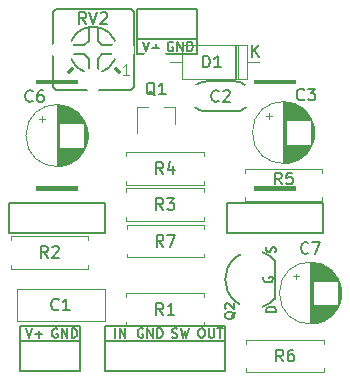
<source format=gto>
%TF.GenerationSoftware,KiCad,Pcbnew,(5.99.0-3499-gca2252686-dirty)*%
%TF.CreationDate,2020-09-23T10:30:12+03:00*%
%TF.ProjectId,omega,6f6d6567-612e-46b6-9963-61645f706362,rev?*%
%TF.SameCoordinates,Original*%
%TF.FileFunction,Legend,Top*%
%TF.FilePolarity,Positive*%
%FSLAX46Y46*%
G04 Gerber Fmt 4.6, Leading zero omitted, Abs format (unit mm)*
G04 Created by KiCad (PCBNEW (5.99.0-3499-gca2252686-dirty)) date 2020-09-23 10:30:12*
%MOMM*%
%LPD*%
G01*
G04 APERTURE LIST*
%ADD10C,0.150000*%
%ADD11C,0.081280*%
%ADD12C,0.120000*%
%ADD13C,0.152400*%
%ADD14C,0.127000*%
%ADD15C,0.304800*%
%ADD16O,1.600000X1.600000*%
%ADD17C,1.600000*%
%ADD18C,1.800000*%
%ADD19R,1.800000X1.800000*%
%ADD20R,1.600000X1.600000*%
%ADD21O,1.930400X1.930400*%
%ADD22R,1.930400X1.930400*%
%ADD23O,2.250000X2.250000*%
%ADD24R,0.800000X0.900000*%
%ADD25R,2.200000X2.200000*%
%ADD26O,2.200000X2.200000*%
%ADD27O,2.000000X2.000000*%
G04 APERTURE END LIST*
D10*
%TO.C,R7*%
X106269450Y-72776438D02*
X105936117Y-72300248D01*
X105698021Y-72776438D02*
X105698021Y-71776438D01*
X106078974Y-71776438D01*
X106174212Y-71824058D01*
X106221831Y-71871677D01*
X106269450Y-71966915D01*
X106269450Y-72109772D01*
X106221831Y-72205010D01*
X106174212Y-72252629D01*
X106078974Y-72300248D01*
X105698021Y-72300248D01*
X106602783Y-71776438D02*
X107269450Y-71776438D01*
X106840878Y-72776438D01*
%TO.C,C3*%
X118197333Y-60301142D02*
X118149714Y-60348761D01*
X118006857Y-60396380D01*
X117911619Y-60396380D01*
X117768761Y-60348761D01*
X117673523Y-60253523D01*
X117625904Y-60158285D01*
X117578285Y-59967809D01*
X117578285Y-59824952D01*
X117625904Y-59634476D01*
X117673523Y-59539238D01*
X117768761Y-59444000D01*
X117911619Y-59396380D01*
X118006857Y-59396380D01*
X118149714Y-59444000D01*
X118197333Y-59491619D01*
X118530666Y-59396380D02*
X119149714Y-59396380D01*
X118816380Y-59777333D01*
X118959238Y-59777333D01*
X119054476Y-59824952D01*
X119102095Y-59872571D01*
X119149714Y-59967809D01*
X119149714Y-60205904D01*
X119102095Y-60301142D01*
X119054476Y-60348761D01*
X118959238Y-60396380D01*
X118673523Y-60396380D01*
X118578285Y-60348761D01*
X118530666Y-60301142D01*
%TO.C,Q2*%
X112344095Y-78316690D02*
X112306000Y-78392880D01*
X112229809Y-78469071D01*
X112115523Y-78583357D01*
X112077428Y-78659547D01*
X112077428Y-78735738D01*
X112267904Y-78697642D02*
X112229809Y-78773833D01*
X112153619Y-78850023D01*
X112001238Y-78888119D01*
X111734571Y-78888119D01*
X111582190Y-78850023D01*
X111506000Y-78773833D01*
X111467904Y-78697642D01*
X111467904Y-78545261D01*
X111506000Y-78469071D01*
X111582190Y-78392880D01*
X111734571Y-78354785D01*
X112001238Y-78354785D01*
X112153619Y-78392880D01*
X112229809Y-78469071D01*
X112267904Y-78545261D01*
X112267904Y-78697642D01*
X111544095Y-78050023D02*
X111506000Y-78011928D01*
X111467904Y-77935738D01*
X111467904Y-77745261D01*
X111506000Y-77669071D01*
X111544095Y-77630976D01*
X111620285Y-77592880D01*
X111696476Y-77592880D01*
X111810761Y-77630976D01*
X112267904Y-78088119D01*
X112267904Y-77592880D01*
X115804904Y-78314523D02*
X115004904Y-78314523D01*
X115004904Y-78124047D01*
X115043000Y-78009761D01*
X115119190Y-77933571D01*
X115195380Y-77895476D01*
X115347761Y-77857380D01*
X115462047Y-77857380D01*
X115614428Y-77895476D01*
X115690619Y-77933571D01*
X115766809Y-78009761D01*
X115804904Y-78124047D01*
X115804904Y-78314523D01*
X115766809Y-73253571D02*
X115804904Y-73139285D01*
X115804904Y-72948809D01*
X115766809Y-72872619D01*
X115728714Y-72834523D01*
X115652523Y-72796428D01*
X115576333Y-72796428D01*
X115500142Y-72834523D01*
X115462047Y-72872619D01*
X115423952Y-72948809D01*
X115385857Y-73101190D01*
X115347761Y-73177380D01*
X115309666Y-73215476D01*
X115233476Y-73253571D01*
X115157285Y-73253571D01*
X115081095Y-73215476D01*
X115043000Y-73177380D01*
X115004904Y-73101190D01*
X115004904Y-72910714D01*
X115043000Y-72796428D01*
X114789000Y-75355476D02*
X114750904Y-75431666D01*
X114750904Y-75545952D01*
X114789000Y-75660238D01*
X114865190Y-75736428D01*
X114941380Y-75774523D01*
X115093761Y-75812619D01*
X115208047Y-75812619D01*
X115360428Y-75774523D01*
X115436619Y-75736428D01*
X115512809Y-75660238D01*
X115550904Y-75545952D01*
X115550904Y-75469761D01*
X115512809Y-75355476D01*
X115474714Y-75317380D01*
X115208047Y-75317380D01*
X115208047Y-75469761D01*
%TO.C,R5*%
X116292333Y-67508380D02*
X115959000Y-67032190D01*
X115720904Y-67508380D02*
X115720904Y-66508380D01*
X116101857Y-66508380D01*
X116197095Y-66556000D01*
X116244714Y-66603619D01*
X116292333Y-66698857D01*
X116292333Y-66841714D01*
X116244714Y-66936952D01*
X116197095Y-66984571D01*
X116101857Y-67032190D01*
X115720904Y-67032190D01*
X117197095Y-66508380D02*
X116720904Y-66508380D01*
X116673285Y-66984571D01*
X116720904Y-66936952D01*
X116816142Y-66889333D01*
X117054238Y-66889333D01*
X117149476Y-66936952D01*
X117197095Y-66984571D01*
X117244714Y-67079809D01*
X117244714Y-67317904D01*
X117197095Y-67413142D01*
X117149476Y-67460761D01*
X117054238Y-67508380D01*
X116816142Y-67508380D01*
X116720904Y-67460761D01*
X116673285Y-67413142D01*
%TO.C,R2*%
X96480333Y-73731380D02*
X96147000Y-73255190D01*
X95908904Y-73731380D02*
X95908904Y-72731380D01*
X96289857Y-72731380D01*
X96385095Y-72779000D01*
X96432714Y-72826619D01*
X96480333Y-72921857D01*
X96480333Y-73064714D01*
X96432714Y-73159952D01*
X96385095Y-73207571D01*
X96289857Y-73255190D01*
X95908904Y-73255190D01*
X96861285Y-72826619D02*
X96908904Y-72779000D01*
X97004142Y-72731380D01*
X97242238Y-72731380D01*
X97337476Y-72779000D01*
X97385095Y-72826619D01*
X97432714Y-72921857D01*
X97432714Y-73017095D01*
X97385095Y-73159952D01*
X96813666Y-73731380D01*
X97432714Y-73731380D01*
%TO.C,Q1*%
X105568761Y-59983619D02*
X105473523Y-59936000D01*
X105378285Y-59840761D01*
X105235428Y-59697904D01*
X105140190Y-59650285D01*
X105044952Y-59650285D01*
X105092571Y-59888380D02*
X104997333Y-59840761D01*
X104902095Y-59745523D01*
X104854476Y-59555047D01*
X104854476Y-59221714D01*
X104902095Y-59031238D01*
X104997333Y-58936000D01*
X105092571Y-58888380D01*
X105283047Y-58888380D01*
X105378285Y-58936000D01*
X105473523Y-59031238D01*
X105521142Y-59221714D01*
X105521142Y-59555047D01*
X105473523Y-59745523D01*
X105378285Y-59840761D01*
X105283047Y-59888380D01*
X105092571Y-59888380D01*
X106473523Y-59888380D02*
X105902095Y-59888380D01*
X106187809Y-59888380D02*
X106187809Y-58888380D01*
X106092571Y-59031238D01*
X105997333Y-59126476D01*
X105902095Y-59174095D01*
%TO.C,R3*%
X106259333Y-69667380D02*
X105926000Y-69191190D01*
X105687904Y-69667380D02*
X105687904Y-68667380D01*
X106068857Y-68667380D01*
X106164095Y-68715000D01*
X106211714Y-68762619D01*
X106259333Y-68857857D01*
X106259333Y-69000714D01*
X106211714Y-69095952D01*
X106164095Y-69143571D01*
X106068857Y-69191190D01*
X105687904Y-69191190D01*
X106592666Y-68667380D02*
X107211714Y-68667380D01*
X106878380Y-69048333D01*
X107021238Y-69048333D01*
X107116476Y-69095952D01*
X107164095Y-69143571D01*
X107211714Y-69238809D01*
X107211714Y-69476904D01*
X107164095Y-69572142D01*
X107116476Y-69619761D01*
X107021238Y-69667380D01*
X106735523Y-69667380D01*
X106640285Y-69619761D01*
X106592666Y-69572142D01*
%TO.C,D1*%
X109624904Y-57602380D02*
X109624904Y-56602380D01*
X109863000Y-56602380D01*
X110005857Y-56650000D01*
X110101095Y-56745238D01*
X110148714Y-56840476D01*
X110196333Y-57030952D01*
X110196333Y-57173809D01*
X110148714Y-57364285D01*
X110101095Y-57459523D01*
X110005857Y-57554761D01*
X109863000Y-57602380D01*
X109624904Y-57602380D01*
X111148714Y-57602380D02*
X110577285Y-57602380D01*
X110863000Y-57602380D02*
X110863000Y-56602380D01*
X110767761Y-56745238D01*
X110672523Y-56840476D01*
X110577285Y-56888095D01*
X113784095Y-56713380D02*
X113784095Y-55713380D01*
X114355523Y-56713380D02*
X113926952Y-56141952D01*
X114355523Y-55713380D02*
X113784095Y-56284809D01*
%TO.C,C6*%
X95210333Y-60428142D02*
X95162714Y-60475761D01*
X95019857Y-60523380D01*
X94924619Y-60523380D01*
X94781761Y-60475761D01*
X94686523Y-60380523D01*
X94638904Y-60285285D01*
X94591285Y-60094809D01*
X94591285Y-59951952D01*
X94638904Y-59761476D01*
X94686523Y-59666238D01*
X94781761Y-59571000D01*
X94924619Y-59523380D01*
X95019857Y-59523380D01*
X95162714Y-59571000D01*
X95210333Y-59618619D01*
X96067476Y-59523380D02*
X95877000Y-59523380D01*
X95781761Y-59571000D01*
X95734142Y-59618619D01*
X95638904Y-59761476D01*
X95591285Y-59951952D01*
X95591285Y-60332904D01*
X95638904Y-60428142D01*
X95686523Y-60475761D01*
X95781761Y-60523380D01*
X95972238Y-60523380D01*
X96067476Y-60475761D01*
X96115095Y-60428142D01*
X96162714Y-60332904D01*
X96162714Y-60094809D01*
X96115095Y-59999571D01*
X96067476Y-59951952D01*
X95972238Y-59904333D01*
X95781761Y-59904333D01*
X95686523Y-59951952D01*
X95638904Y-59999571D01*
X95591285Y-60094809D01*
%TO.C,R4*%
X106259333Y-66619380D02*
X105926000Y-66143190D01*
X105687904Y-66619380D02*
X105687904Y-65619380D01*
X106068857Y-65619380D01*
X106164095Y-65667000D01*
X106211714Y-65714619D01*
X106259333Y-65809857D01*
X106259333Y-65952714D01*
X106211714Y-66047952D01*
X106164095Y-66095571D01*
X106068857Y-66143190D01*
X105687904Y-66143190D01*
X107116476Y-65952714D02*
X107116476Y-66619380D01*
X106878380Y-65571761D02*
X106640285Y-66286047D01*
X107259333Y-66286047D01*
%TO.C,J3*%
X97307476Y-79737000D02*
X97231285Y-79698904D01*
X97117000Y-79698904D01*
X97002714Y-79737000D01*
X96926523Y-79813190D01*
X96888428Y-79889380D01*
X96850333Y-80041761D01*
X96850333Y-80156047D01*
X96888428Y-80308428D01*
X96926523Y-80384619D01*
X97002714Y-80460809D01*
X97117000Y-80498904D01*
X97193190Y-80498904D01*
X97307476Y-80460809D01*
X97345571Y-80422714D01*
X97345571Y-80156047D01*
X97193190Y-80156047D01*
X97688428Y-80498904D02*
X97688428Y-79698904D01*
X98145571Y-80498904D01*
X98145571Y-79698904D01*
X98526523Y-80498904D02*
X98526523Y-79698904D01*
X98717000Y-79698904D01*
X98831285Y-79737000D01*
X98907476Y-79813190D01*
X98945571Y-79889380D01*
X98983666Y-80041761D01*
X98983666Y-80156047D01*
X98945571Y-80308428D01*
X98907476Y-80384619D01*
X98831285Y-80460809D01*
X98717000Y-80498904D01*
X98526523Y-80498904D01*
X94615095Y-79698904D02*
X94881761Y-80498904D01*
X95148428Y-79698904D01*
X95415095Y-80194142D02*
X96024619Y-80194142D01*
X95719857Y-80498904D02*
X95719857Y-79889380D01*
%TO.C,J1*%
X102196952Y-80498904D02*
X102196952Y-79698904D01*
X102577904Y-80498904D02*
X102577904Y-79698904D01*
X103035047Y-80498904D01*
X103035047Y-79698904D01*
X104546476Y-79737000D02*
X104470285Y-79698904D01*
X104356000Y-79698904D01*
X104241714Y-79737000D01*
X104165523Y-79813190D01*
X104127428Y-79889380D01*
X104089333Y-80041761D01*
X104089333Y-80156047D01*
X104127428Y-80308428D01*
X104165523Y-80384619D01*
X104241714Y-80460809D01*
X104356000Y-80498904D01*
X104432190Y-80498904D01*
X104546476Y-80460809D01*
X104584571Y-80422714D01*
X104584571Y-80156047D01*
X104432190Y-80156047D01*
X104927428Y-80498904D02*
X104927428Y-79698904D01*
X105384571Y-80498904D01*
X105384571Y-79698904D01*
X105765523Y-80498904D02*
X105765523Y-79698904D01*
X105956000Y-79698904D01*
X106070285Y-79737000D01*
X106146476Y-79813190D01*
X106184571Y-79889380D01*
X106222666Y-80041761D01*
X106222666Y-80156047D01*
X106184571Y-80308428D01*
X106146476Y-80384619D01*
X106070285Y-80460809D01*
X105956000Y-80498904D01*
X105765523Y-80498904D01*
X109436000Y-79698904D02*
X109588380Y-79698904D01*
X109664571Y-79737000D01*
X109740761Y-79813190D01*
X109778857Y-79965571D01*
X109778857Y-80232238D01*
X109740761Y-80384619D01*
X109664571Y-80460809D01*
X109588380Y-80498904D01*
X109436000Y-80498904D01*
X109359809Y-80460809D01*
X109283619Y-80384619D01*
X109245523Y-80232238D01*
X109245523Y-79965571D01*
X109283619Y-79813190D01*
X109359809Y-79737000D01*
X109436000Y-79698904D01*
X110121714Y-79698904D02*
X110121714Y-80346523D01*
X110159809Y-80422714D01*
X110197904Y-80460809D01*
X110274095Y-80498904D01*
X110426476Y-80498904D01*
X110502666Y-80460809D01*
X110540761Y-80422714D01*
X110578857Y-80346523D01*
X110578857Y-79698904D01*
X110845523Y-79698904D02*
X111302666Y-79698904D01*
X111074095Y-80498904D02*
X111074095Y-79698904D01*
X107010285Y-80460809D02*
X107124571Y-80498904D01*
X107315047Y-80498904D01*
X107391238Y-80460809D01*
X107429333Y-80422714D01*
X107467428Y-80346523D01*
X107467428Y-80270333D01*
X107429333Y-80194142D01*
X107391238Y-80156047D01*
X107315047Y-80117952D01*
X107162666Y-80079857D01*
X107086476Y-80041761D01*
X107048380Y-80003666D01*
X107010285Y-79927476D01*
X107010285Y-79851285D01*
X107048380Y-79775095D01*
X107086476Y-79737000D01*
X107162666Y-79698904D01*
X107353142Y-79698904D01*
X107467428Y-79737000D01*
X107734095Y-79698904D02*
X107924571Y-80498904D01*
X108076952Y-79927476D01*
X108229333Y-80498904D01*
X108419809Y-79698904D01*
%TO.C,C2*%
X110958333Y-60428142D02*
X110910714Y-60475761D01*
X110767857Y-60523380D01*
X110672619Y-60523380D01*
X110529761Y-60475761D01*
X110434523Y-60380523D01*
X110386904Y-60285285D01*
X110339285Y-60094809D01*
X110339285Y-59951952D01*
X110386904Y-59761476D01*
X110434523Y-59666238D01*
X110529761Y-59571000D01*
X110672619Y-59523380D01*
X110767857Y-59523380D01*
X110910714Y-59571000D01*
X110958333Y-59618619D01*
X111339285Y-59618619D02*
X111386904Y-59571000D01*
X111482142Y-59523380D01*
X111720238Y-59523380D01*
X111815476Y-59571000D01*
X111863095Y-59618619D01*
X111910714Y-59713857D01*
X111910714Y-59809095D01*
X111863095Y-59951952D01*
X111291666Y-60523380D01*
X111910714Y-60523380D01*
%TO.C,C1*%
X97409333Y-78081142D02*
X97361714Y-78128761D01*
X97218857Y-78176380D01*
X97123619Y-78176380D01*
X96980761Y-78128761D01*
X96885523Y-78033523D01*
X96837904Y-77938285D01*
X96790285Y-77747809D01*
X96790285Y-77604952D01*
X96837904Y-77414476D01*
X96885523Y-77319238D01*
X96980761Y-77224000D01*
X97123619Y-77176380D01*
X97218857Y-77176380D01*
X97361714Y-77224000D01*
X97409333Y-77271619D01*
X98361714Y-78176380D02*
X97790285Y-78176380D01*
X98076000Y-78176380D02*
X98076000Y-77176380D01*
X97980761Y-77319238D01*
X97885523Y-77414476D01*
X97790285Y-77462095D01*
%TO.C,J2*%
X104521095Y-55441904D02*
X104787761Y-56241904D01*
X105054428Y-55441904D01*
X105321095Y-55937142D02*
X105930619Y-55937142D01*
X105625857Y-56241904D02*
X105625857Y-55632380D01*
X107086476Y-55480000D02*
X107010285Y-55441904D01*
X106896000Y-55441904D01*
X106781714Y-55480000D01*
X106705523Y-55556190D01*
X106667428Y-55632380D01*
X106629333Y-55784761D01*
X106629333Y-55899047D01*
X106667428Y-56051428D01*
X106705523Y-56127619D01*
X106781714Y-56203809D01*
X106896000Y-56241904D01*
X106972190Y-56241904D01*
X107086476Y-56203809D01*
X107124571Y-56165714D01*
X107124571Y-55899047D01*
X106972190Y-55899047D01*
X107467428Y-56241904D02*
X107467428Y-55441904D01*
X107924571Y-56241904D01*
X107924571Y-55441904D01*
X108305523Y-56241904D02*
X108305523Y-55441904D01*
X108496000Y-55441904D01*
X108610285Y-55480000D01*
X108686476Y-55556190D01*
X108724571Y-55632380D01*
X108762666Y-55784761D01*
X108762666Y-55899047D01*
X108724571Y-56051428D01*
X108686476Y-56127619D01*
X108610285Y-56203809D01*
X108496000Y-56241904D01*
X108305523Y-56241904D01*
%TO.C,C7*%
X118558333Y-73315142D02*
X118510714Y-73362761D01*
X118367857Y-73410380D01*
X118272619Y-73410380D01*
X118129761Y-73362761D01*
X118034523Y-73267523D01*
X117986904Y-73172285D01*
X117939285Y-72981809D01*
X117939285Y-72838952D01*
X117986904Y-72648476D01*
X118034523Y-72553238D01*
X118129761Y-72458000D01*
X118272619Y-72410380D01*
X118367857Y-72410380D01*
X118510714Y-72458000D01*
X118558333Y-72505619D01*
X118891666Y-72410380D02*
X119558333Y-72410380D01*
X119129761Y-73410380D01*
%TO.C,RV2*%
X99734761Y-53919380D02*
X99401428Y-53443190D01*
X99163333Y-53919380D02*
X99163333Y-52919380D01*
X99544285Y-52919380D01*
X99639523Y-52967000D01*
X99687142Y-53014619D01*
X99734761Y-53109857D01*
X99734761Y-53252714D01*
X99687142Y-53347952D01*
X99639523Y-53395571D01*
X99544285Y-53443190D01*
X99163333Y-53443190D01*
X100020476Y-52919380D02*
X100353809Y-53919380D01*
X100687142Y-52919380D01*
X100972857Y-53014619D02*
X101020476Y-52967000D01*
X101115714Y-52919380D01*
X101353809Y-52919380D01*
X101449047Y-52967000D01*
X101496666Y-53014619D01*
X101544285Y-53109857D01*
X101544285Y-53205095D01*
X101496666Y-53347952D01*
X100925238Y-53919380D01*
X101544285Y-53919380D01*
D11*
X103395320Y-58247038D02*
X102843777Y-58247038D01*
X103119548Y-58247038D02*
X103119548Y-57281838D01*
X103027625Y-57419723D01*
X102935701Y-57511647D01*
X102843777Y-57557609D01*
D10*
%TO.C,R1*%
X106259333Y-78557380D02*
X105926000Y-78081190D01*
X105687904Y-78557380D02*
X105687904Y-77557380D01*
X106068857Y-77557380D01*
X106164095Y-77605000D01*
X106211714Y-77652619D01*
X106259333Y-77747857D01*
X106259333Y-77890714D01*
X106211714Y-77985952D01*
X106164095Y-78033571D01*
X106068857Y-78081190D01*
X105687904Y-78081190D01*
X107211714Y-78557380D02*
X106640285Y-78557380D01*
X106926000Y-78557380D02*
X106926000Y-77557380D01*
X106830761Y-77700238D01*
X106735523Y-77795476D01*
X106640285Y-77843095D01*
%TO.C,R6*%
X116419333Y-82494380D02*
X116086000Y-82018190D01*
X115847904Y-82494380D02*
X115847904Y-81494380D01*
X116228857Y-81494380D01*
X116324095Y-81542000D01*
X116371714Y-81589619D01*
X116419333Y-81684857D01*
X116419333Y-81827714D01*
X116371714Y-81922952D01*
X116324095Y-81970571D01*
X116228857Y-82018190D01*
X115847904Y-82018190D01*
X117276476Y-81494380D02*
X117086000Y-81494380D01*
X116990761Y-81542000D01*
X116943142Y-81589619D01*
X116847904Y-81732476D01*
X116800285Y-81922952D01*
X116800285Y-82303904D01*
X116847904Y-82399142D01*
X116895523Y-82446761D01*
X116990761Y-82494380D01*
X117181238Y-82494380D01*
X117276476Y-82446761D01*
X117324095Y-82399142D01*
X117371714Y-82303904D01*
X117371714Y-82065809D01*
X117324095Y-81970571D01*
X117276476Y-81922952D01*
X117181238Y-81875333D01*
X116990761Y-81875333D01*
X116895523Y-81922952D01*
X116847904Y-81970571D01*
X116800285Y-82065809D01*
D12*
%TO.C,R7*%
X103166117Y-71284058D02*
X103166117Y-70954058D01*
X103166117Y-70954058D02*
X109706117Y-70954058D01*
X109706117Y-70954058D02*
X109706117Y-71284058D01*
X103166117Y-73364058D02*
X103166117Y-73694058D01*
X103166117Y-73694058D02*
X109706117Y-73694058D01*
X109706117Y-73694058D02*
X109706117Y-73364058D01*
%TO.C,C3*%
X115189000Y-61472000D02*
X115189000Y-61972000D01*
X114939000Y-61722000D02*
X115439000Y-61722000D01*
X119040000Y-62835000D02*
X119040000Y-63403000D01*
X119000000Y-62601000D02*
X119000000Y-63637000D01*
X118960000Y-62442000D02*
X118960000Y-63796000D01*
X118920000Y-62314000D02*
X118920000Y-63924000D01*
X118880000Y-62204000D02*
X118880000Y-64034000D01*
X118840000Y-62108000D02*
X118840000Y-64130000D01*
X118800000Y-62021000D02*
X118800000Y-64217000D01*
X118760000Y-61941000D02*
X118760000Y-64297000D01*
X118720000Y-64159000D02*
X118720000Y-64370000D01*
X118720000Y-61868000D02*
X118720000Y-62079000D01*
X118680000Y-64159000D02*
X118680000Y-64438000D01*
X118680000Y-61800000D02*
X118680000Y-62079000D01*
X118640000Y-64159000D02*
X118640000Y-64502000D01*
X118640000Y-61736000D02*
X118640000Y-62079000D01*
X118600000Y-64159000D02*
X118600000Y-64562000D01*
X118600000Y-61676000D02*
X118600000Y-62079000D01*
X118560000Y-64159000D02*
X118560000Y-64619000D01*
X118560000Y-61619000D02*
X118560000Y-62079000D01*
X118520000Y-64159000D02*
X118520000Y-64673000D01*
X118520000Y-61565000D02*
X118520000Y-62079000D01*
X118480000Y-64159000D02*
X118480000Y-64724000D01*
X118480000Y-61514000D02*
X118480000Y-62079000D01*
X118440000Y-64159000D02*
X118440000Y-64772000D01*
X118440000Y-61466000D02*
X118440000Y-62079000D01*
X118400000Y-64159000D02*
X118400000Y-64818000D01*
X118400000Y-61420000D02*
X118400000Y-62079000D01*
X118360000Y-64159000D02*
X118360000Y-64862000D01*
X118360000Y-61376000D02*
X118360000Y-62079000D01*
X118320000Y-64159000D02*
X118320000Y-64904000D01*
X118320000Y-61334000D02*
X118320000Y-62079000D01*
X118280000Y-64159000D02*
X118280000Y-64945000D01*
X118280000Y-61293000D02*
X118280000Y-62079000D01*
X118240000Y-64159000D02*
X118240000Y-64983000D01*
X118240000Y-61255000D02*
X118240000Y-62079000D01*
X118200000Y-64159000D02*
X118200000Y-65020000D01*
X118200000Y-61218000D02*
X118200000Y-62079000D01*
X118160000Y-64159000D02*
X118160000Y-65056000D01*
X118160000Y-61182000D02*
X118160000Y-62079000D01*
X118120000Y-64159000D02*
X118120000Y-65090000D01*
X118120000Y-61148000D02*
X118120000Y-62079000D01*
X118080000Y-64159000D02*
X118080000Y-65123000D01*
X118080000Y-61115000D02*
X118080000Y-62079000D01*
X118040000Y-64159000D02*
X118040000Y-65154000D01*
X118040000Y-61084000D02*
X118040000Y-62079000D01*
X118000000Y-64159000D02*
X118000000Y-65184000D01*
X118000000Y-61054000D02*
X118000000Y-62079000D01*
X117960000Y-64159000D02*
X117960000Y-65214000D01*
X117960000Y-61024000D02*
X117960000Y-62079000D01*
X117920000Y-64159000D02*
X117920000Y-65241000D01*
X117920000Y-60997000D02*
X117920000Y-62079000D01*
X117880000Y-64159000D02*
X117880000Y-65268000D01*
X117880000Y-60970000D02*
X117880000Y-62079000D01*
X117840000Y-64159000D02*
X117840000Y-65294000D01*
X117840000Y-60944000D02*
X117840000Y-62079000D01*
X117800000Y-64159000D02*
X117800000Y-65319000D01*
X117800000Y-60919000D02*
X117800000Y-62079000D01*
X117760000Y-64159000D02*
X117760000Y-65343000D01*
X117760000Y-60895000D02*
X117760000Y-62079000D01*
X117720000Y-64159000D02*
X117720000Y-65366000D01*
X117720000Y-60872000D02*
X117720000Y-62079000D01*
X117680000Y-64159000D02*
X117680000Y-65387000D01*
X117680000Y-60851000D02*
X117680000Y-62079000D01*
X117640000Y-64159000D02*
X117640000Y-65409000D01*
X117640000Y-60829000D02*
X117640000Y-62079000D01*
X117600000Y-64159000D02*
X117600000Y-65429000D01*
X117600000Y-60809000D02*
X117600000Y-62079000D01*
X117560000Y-64159000D02*
X117560000Y-65448000D01*
X117560000Y-60790000D02*
X117560000Y-62079000D01*
X117520000Y-64159000D02*
X117520000Y-65467000D01*
X117520000Y-60771000D02*
X117520000Y-62079000D01*
X117480000Y-64159000D02*
X117480000Y-65484000D01*
X117480000Y-60754000D02*
X117480000Y-62079000D01*
X117440000Y-64159000D02*
X117440000Y-65501000D01*
X117440000Y-60737000D02*
X117440000Y-62079000D01*
X117400000Y-64159000D02*
X117400000Y-65517000D01*
X117400000Y-60721000D02*
X117400000Y-62079000D01*
X117360000Y-64159000D02*
X117360000Y-65533000D01*
X117360000Y-60705000D02*
X117360000Y-62079000D01*
X117320000Y-64159000D02*
X117320000Y-65547000D01*
X117320000Y-60691000D02*
X117320000Y-62079000D01*
X117280000Y-64159000D02*
X117280000Y-65561000D01*
X117280000Y-60677000D02*
X117280000Y-62079000D01*
X117240000Y-64159000D02*
X117240000Y-65574000D01*
X117240000Y-60664000D02*
X117240000Y-62079000D01*
X117200000Y-64159000D02*
X117200000Y-65587000D01*
X117200000Y-60651000D02*
X117200000Y-62079000D01*
X117160000Y-64159000D02*
X117160000Y-65599000D01*
X117160000Y-60639000D02*
X117160000Y-62079000D01*
X117119000Y-64159000D02*
X117119000Y-65610000D01*
X117119000Y-60628000D02*
X117119000Y-62079000D01*
X117079000Y-64159000D02*
X117079000Y-65620000D01*
X117079000Y-60618000D02*
X117079000Y-62079000D01*
X117039000Y-64159000D02*
X117039000Y-65630000D01*
X117039000Y-60608000D02*
X117039000Y-62079000D01*
X116999000Y-64159000D02*
X116999000Y-65639000D01*
X116999000Y-60599000D02*
X116999000Y-62079000D01*
X116959000Y-64159000D02*
X116959000Y-65647000D01*
X116959000Y-60591000D02*
X116959000Y-62079000D01*
X116919000Y-64159000D02*
X116919000Y-65655000D01*
X116919000Y-60583000D02*
X116919000Y-62079000D01*
X116879000Y-64159000D02*
X116879000Y-65662000D01*
X116879000Y-60576000D02*
X116879000Y-62079000D01*
X116839000Y-64159000D02*
X116839000Y-65669000D01*
X116839000Y-60569000D02*
X116839000Y-62079000D01*
X116799000Y-64159000D02*
X116799000Y-65675000D01*
X116799000Y-60563000D02*
X116799000Y-62079000D01*
X116759000Y-64159000D02*
X116759000Y-65680000D01*
X116759000Y-60558000D02*
X116759000Y-62079000D01*
X116719000Y-64159000D02*
X116719000Y-65684000D01*
X116719000Y-60554000D02*
X116719000Y-62079000D01*
X116679000Y-64159000D02*
X116679000Y-65688000D01*
X116679000Y-60550000D02*
X116679000Y-62079000D01*
X116639000Y-60546000D02*
X116639000Y-65692000D01*
X116599000Y-60543000D02*
X116599000Y-65695000D01*
X116559000Y-60541000D02*
X116559000Y-65697000D01*
X116519000Y-60540000D02*
X116519000Y-65698000D01*
X116479000Y-60539000D02*
X116479000Y-65699000D01*
X116439000Y-60539000D02*
X116439000Y-65699000D01*
X119059000Y-63119000D02*
G75*
G03*
X119059000Y-63119000I-2620000J0D01*
G01*
D13*
%TO.C,Q2*%
X111709217Y-74596100D02*
G75*
G03*
X111709217Y-76534500I2209800J-969200D01*
G01*
X111709218Y-76534199D02*
G75*
G03*
X115697017Y-77196300I2209782J969199D01*
G01*
X115697018Y-73934299D02*
G75*
G03*
X111709217Y-74596400I-1778018J-1631301D01*
G01*
X115697017Y-77196300D02*
X115697017Y-73934300D01*
%TO.C,RV3*%
G36*
X117475000Y-68072000D02*
G01*
X113919000Y-68072000D01*
X113919000Y-67691000D01*
X117475000Y-67691000D01*
X117475000Y-68072000D01*
G37*
G36*
X117475000Y-59055000D02*
G01*
X113919000Y-59055000D01*
X113919000Y-58674000D01*
X117475000Y-58674000D01*
X117475000Y-59055000D01*
G37*
D14*
X119761000Y-71628000D02*
X119761000Y-69088000D01*
X111633000Y-71628000D02*
X119761000Y-71628000D01*
X111633000Y-69088000D02*
X111633000Y-71628000D01*
X119761000Y-69088000D02*
X111633000Y-69088000D01*
%TO.C,RV1*%
G36*
X99060000Y-68072000D02*
G01*
X95504000Y-68072000D01*
X95504000Y-67691000D01*
X99060000Y-67691000D01*
X99060000Y-68072000D01*
G37*
G36*
X99060000Y-59055000D02*
G01*
X95504000Y-59055000D01*
X95504000Y-58674000D01*
X99060000Y-58674000D01*
X99060000Y-59055000D01*
G37*
X101346000Y-71628000D02*
X101346000Y-69088000D01*
X93218000Y-71628000D02*
X101346000Y-71628000D01*
X93218000Y-69088000D02*
X93218000Y-71628000D01*
X101346000Y-69088000D02*
X93218000Y-69088000D01*
D12*
%TO.C,R5*%
X119729000Y-68934000D02*
X119729000Y-68604000D01*
X119729000Y-66194000D02*
X119729000Y-66524000D01*
X113189000Y-66194000D02*
X119729000Y-66194000D01*
X113189000Y-68604000D02*
X113189000Y-68934000D01*
X113189000Y-68934000D02*
X119729000Y-68934000D01*
X113189000Y-66524000D02*
X113189000Y-66194000D01*
%TO.C,R2*%
X99917000Y-71909000D02*
X93377000Y-71909000D01*
X99917000Y-74319000D02*
X99917000Y-74649000D01*
X93377000Y-71909000D02*
X93377000Y-72239000D01*
X99917000Y-72239000D02*
X99917000Y-71909000D01*
X99917000Y-74649000D02*
X93377000Y-74649000D01*
X93377000Y-74649000D02*
X93377000Y-74319000D01*
%TO.C,Q1*%
X107244000Y-60962000D02*
X107244000Y-62422000D01*
X104084000Y-60962000D02*
X104084000Y-63122000D01*
X107244000Y-60962000D02*
X106314000Y-60962000D01*
X104084000Y-60962000D02*
X105014000Y-60962000D01*
%TO.C,R3*%
X109696000Y-70585000D02*
X109696000Y-70255000D01*
X109696000Y-67845000D02*
X109696000Y-68175000D01*
X103156000Y-67845000D02*
X109696000Y-67845000D01*
X103156000Y-70255000D02*
X103156000Y-70585000D01*
X103156000Y-68175000D02*
X103156000Y-67845000D01*
X103156000Y-70585000D02*
X109696000Y-70585000D01*
%TO.C,D1*%
X112557000Y-58620000D02*
X112557000Y-55680000D01*
X114357000Y-57150000D02*
X113337000Y-57150000D01*
X113337000Y-58620000D02*
X113337000Y-55680000D01*
X107897000Y-58620000D02*
X113337000Y-58620000D01*
X107897000Y-55680000D02*
X107897000Y-58620000D01*
X112437000Y-58620000D02*
X112437000Y-55680000D01*
X112317000Y-58620000D02*
X112317000Y-55680000D01*
X113337000Y-55680000D02*
X107897000Y-55680000D01*
X106877000Y-57150000D02*
X107897000Y-57150000D01*
%TO.C,C6*%
X97782000Y-60845000D02*
X97782000Y-62333000D01*
X97622000Y-60817000D02*
X97622000Y-62333000D01*
X98303000Y-61008000D02*
X98303000Y-62333000D01*
X99143000Y-61588000D02*
X99143000Y-62333000D01*
X97502000Y-64413000D02*
X97502000Y-65942000D01*
X98623000Y-64413000D02*
X98623000Y-65573000D01*
X95762000Y-61976000D02*
X96262000Y-61976000D01*
X97662000Y-60823000D02*
X97662000Y-62333000D01*
X99343000Y-64413000D02*
X99343000Y-64927000D01*
X98023000Y-64413000D02*
X98023000Y-65841000D01*
X98583000Y-64413000D02*
X98583000Y-65597000D01*
X97582000Y-60812000D02*
X97582000Y-62333000D01*
X97502000Y-60804000D02*
X97502000Y-62333000D01*
X97983000Y-60893000D02*
X97983000Y-62333000D01*
X98863000Y-61338000D02*
X98863000Y-62333000D01*
X98703000Y-61224000D02*
X98703000Y-62333000D01*
X98663000Y-64413000D02*
X98663000Y-65548000D01*
X98583000Y-61149000D02*
X98583000Y-62333000D01*
X97382000Y-60795000D02*
X97382000Y-65951000D01*
X98703000Y-64413000D02*
X98703000Y-65522000D01*
X97262000Y-60793000D02*
X97262000Y-65953000D01*
X99103000Y-64413000D02*
X99103000Y-65199000D01*
X98183000Y-64413000D02*
X98183000Y-65787000D01*
X99703000Y-62458000D02*
X99703000Y-64288000D01*
X98063000Y-60918000D02*
X98063000Y-62333000D01*
X98143000Y-64413000D02*
X98143000Y-65801000D01*
X99383000Y-64413000D02*
X99383000Y-64873000D01*
X98743000Y-61251000D02*
X98743000Y-62333000D01*
X98343000Y-61025000D02*
X98343000Y-62333000D01*
X98063000Y-64413000D02*
X98063000Y-65828000D01*
X99223000Y-64413000D02*
X99223000Y-65072000D01*
X97462000Y-60800000D02*
X97462000Y-65946000D01*
X99863000Y-63089000D02*
X99863000Y-63657000D01*
X97862000Y-60862000D02*
X97862000Y-62333000D01*
X98623000Y-61173000D02*
X98623000Y-62333000D01*
X99503000Y-62054000D02*
X99503000Y-62333000D01*
X99543000Y-62122000D02*
X99543000Y-62333000D01*
X96012000Y-61726000D02*
X96012000Y-62226000D01*
X98183000Y-60959000D02*
X98183000Y-62333000D01*
X99343000Y-61819000D02*
X99343000Y-62333000D01*
X97902000Y-64413000D02*
X97902000Y-65874000D01*
X98983000Y-61436000D02*
X98983000Y-62333000D01*
X98383000Y-64413000D02*
X98383000Y-65702000D01*
X97942000Y-60882000D02*
X97942000Y-62333000D01*
X97342000Y-60794000D02*
X97342000Y-65952000D01*
X97742000Y-60837000D02*
X97742000Y-62333000D01*
X98983000Y-64413000D02*
X98983000Y-65310000D01*
X97782000Y-64413000D02*
X97782000Y-65901000D01*
X98303000Y-64413000D02*
X98303000Y-65738000D01*
X98423000Y-64413000D02*
X98423000Y-65683000D01*
X99383000Y-61873000D02*
X99383000Y-62333000D01*
X99423000Y-64413000D02*
X99423000Y-64816000D01*
X98943000Y-61402000D02*
X98943000Y-62333000D01*
X97662000Y-64413000D02*
X97662000Y-65923000D01*
X98543000Y-64413000D02*
X98543000Y-65620000D01*
X99263000Y-61720000D02*
X99263000Y-62333000D01*
X99583000Y-62195000D02*
X99583000Y-64551000D01*
X99743000Y-62568000D02*
X99743000Y-64178000D01*
X98823000Y-64413000D02*
X98823000Y-65438000D01*
X99263000Y-64413000D02*
X99263000Y-65026000D01*
X98023000Y-60905000D02*
X98023000Y-62333000D01*
X97942000Y-64413000D02*
X97942000Y-65864000D01*
X98863000Y-64413000D02*
X98863000Y-65408000D01*
X98823000Y-61308000D02*
X98823000Y-62333000D01*
X97302000Y-60793000D02*
X97302000Y-65953000D01*
X97822000Y-60853000D02*
X97822000Y-62333000D01*
X97582000Y-64413000D02*
X97582000Y-65934000D01*
X99463000Y-64413000D02*
X99463000Y-64756000D01*
X98903000Y-64413000D02*
X98903000Y-65377000D01*
X98503000Y-64413000D02*
X98503000Y-65641000D01*
X97542000Y-64413000D02*
X97542000Y-65938000D01*
X99663000Y-62362000D02*
X99663000Y-64384000D01*
X98903000Y-61369000D02*
X98903000Y-62333000D01*
X97702000Y-60830000D02*
X97702000Y-62333000D01*
X99303000Y-64413000D02*
X99303000Y-64978000D01*
X97542000Y-60808000D02*
X97542000Y-62333000D01*
X99063000Y-61509000D02*
X99063000Y-62333000D01*
X99103000Y-61547000D02*
X99103000Y-62333000D01*
X98423000Y-61063000D02*
X98423000Y-62333000D01*
X99183000Y-64413000D02*
X99183000Y-65116000D01*
X98103000Y-60931000D02*
X98103000Y-62333000D01*
X98263000Y-64413000D02*
X98263000Y-65755000D01*
X99223000Y-61674000D02*
X99223000Y-62333000D01*
X98463000Y-64413000D02*
X98463000Y-65663000D01*
X99023000Y-61472000D02*
X99023000Y-62333000D01*
X98783000Y-64413000D02*
X98783000Y-65468000D01*
X97742000Y-64413000D02*
X97742000Y-65909000D01*
X99023000Y-64413000D02*
X99023000Y-65274000D01*
X99543000Y-64413000D02*
X99543000Y-64624000D01*
X99423000Y-61930000D02*
X99423000Y-62333000D01*
X98143000Y-60945000D02*
X98143000Y-62333000D01*
X98663000Y-61198000D02*
X98663000Y-62333000D01*
X99783000Y-62696000D02*
X99783000Y-64050000D01*
X98783000Y-61278000D02*
X98783000Y-62333000D01*
X98543000Y-61126000D02*
X98543000Y-62333000D01*
X98463000Y-61083000D02*
X98463000Y-62333000D01*
X97902000Y-60872000D02*
X97902000Y-62333000D01*
X98223000Y-60975000D02*
X98223000Y-62333000D01*
X97702000Y-64413000D02*
X97702000Y-65916000D01*
X99503000Y-64413000D02*
X99503000Y-64692000D01*
X99463000Y-61990000D02*
X99463000Y-62333000D01*
X98943000Y-64413000D02*
X98943000Y-65344000D01*
X97822000Y-64413000D02*
X97822000Y-65893000D01*
X99183000Y-61630000D02*
X99183000Y-62333000D01*
X97622000Y-64413000D02*
X97622000Y-65929000D01*
X97983000Y-64413000D02*
X97983000Y-65853000D01*
X97862000Y-64413000D02*
X97862000Y-65884000D01*
X98103000Y-64413000D02*
X98103000Y-65815000D01*
X99623000Y-62275000D02*
X99623000Y-64471000D01*
X98503000Y-61105000D02*
X98503000Y-62333000D01*
X97422000Y-60797000D02*
X97422000Y-65949000D01*
X98263000Y-60991000D02*
X98263000Y-62333000D01*
X98743000Y-64413000D02*
X98743000Y-65495000D01*
X99063000Y-64413000D02*
X99063000Y-65237000D01*
X98383000Y-61044000D02*
X98383000Y-62333000D01*
X99303000Y-61768000D02*
X99303000Y-62333000D01*
X99143000Y-64413000D02*
X99143000Y-65158000D01*
X98343000Y-64413000D02*
X98343000Y-65721000D01*
X98223000Y-64413000D02*
X98223000Y-65771000D01*
X99823000Y-62855000D02*
X99823000Y-63891000D01*
X99882000Y-63373000D02*
G75*
G03*
X99882000Y-63373000I-2620000J0D01*
G01*
%TO.C,R4*%
X109696000Y-67537000D02*
X103156000Y-67537000D01*
X109696000Y-67207000D02*
X109696000Y-67537000D01*
X103156000Y-64797000D02*
X103156000Y-65127000D01*
X103156000Y-67537000D02*
X103156000Y-67207000D01*
X109696000Y-64797000D02*
X103156000Y-64797000D01*
X109696000Y-65127000D02*
X109696000Y-64797000D01*
D14*
%TO.C,J3*%
X94107000Y-83312000D02*
X94107000Y-80772000D01*
X99187000Y-79502000D02*
X94107000Y-79502000D01*
X99187000Y-83312000D02*
X99187000Y-80772000D01*
X99187000Y-83312000D02*
X94107000Y-83312000D01*
X94107000Y-80772000D02*
X99187000Y-80772000D01*
X94107000Y-80772000D02*
X94107000Y-79502000D01*
X99187000Y-80772000D02*
X99187000Y-79502000D01*
%TO.C,J1*%
X111506000Y-83312000D02*
X111506000Y-80772000D01*
X101346000Y-83312000D02*
X101346000Y-80772000D01*
X101346000Y-80772000D02*
X101346000Y-79502000D01*
X111506000Y-83312000D02*
X101346000Y-83312000D01*
X101346000Y-80772000D02*
X111506000Y-80772000D01*
X111506000Y-79502000D02*
X101346000Y-79502000D01*
X111506000Y-80772000D02*
X111506000Y-79502000D01*
D13*
%TO.C,C2*%
X112395000Y-58801000D02*
X109855000Y-58801000D01*
X109855000Y-61341000D02*
X111760000Y-61341000D01*
X111760000Y-61341000D02*
X112395000Y-61341000D01*
X108585000Y-60071000D02*
G75*
G02*
X109855000Y-58801000I1270000J0D01*
G01*
X109855000Y-61341000D02*
G75*
G02*
X108585000Y-60071000I0J1270000D01*
G01*
X113665000Y-60071000D02*
G75*
G02*
X112395000Y-61341000I-1270000J0D01*
G01*
X112395000Y-58801000D02*
G75*
G02*
X113665000Y-60071000I0J-1270000D01*
G01*
D12*
%TO.C,C1*%
X101296000Y-79094000D02*
X101296000Y-76354000D01*
X101296000Y-76354000D02*
X93856000Y-76354000D01*
X101296000Y-79094000D02*
X93856000Y-79094000D01*
X93856000Y-79094000D02*
X93856000Y-76354000D01*
D14*
%TO.C,J2*%
X104013000Y-52705000D02*
X109093000Y-52705000D01*
X109093000Y-55245000D02*
X104013000Y-55245000D01*
X109093000Y-55245000D02*
X109093000Y-52705000D01*
X109093000Y-56515000D02*
X104013000Y-56515000D01*
X104013000Y-55245000D02*
X104013000Y-52705000D01*
X109093000Y-56515000D02*
X109093000Y-55245000D01*
X104013000Y-56515000D02*
X104013000Y-55245000D01*
D12*
%TO.C,C7*%
X119806000Y-74360000D02*
X119806000Y-75668000D01*
X117475000Y-75061000D02*
X117475000Y-75561000D01*
X120366000Y-77748000D02*
X120366000Y-78712000D01*
X119766000Y-77748000D02*
X119766000Y-79073000D01*
X119846000Y-77748000D02*
X119846000Y-79037000D01*
X120286000Y-74643000D02*
X120286000Y-75668000D01*
X119325000Y-77748000D02*
X119325000Y-79219000D01*
X119486000Y-77748000D02*
X119486000Y-79176000D01*
X120806000Y-77748000D02*
X120806000Y-78262000D01*
X118845000Y-74130000D02*
X118845000Y-79286000D01*
X119165000Y-74165000D02*
X119165000Y-75668000D01*
X120686000Y-75009000D02*
X120686000Y-75668000D01*
X120126000Y-74533000D02*
X120126000Y-75668000D01*
X120406000Y-74737000D02*
X120406000Y-75668000D01*
X119486000Y-74240000D02*
X119486000Y-75668000D01*
X119646000Y-74294000D02*
X119646000Y-75668000D01*
X120966000Y-77748000D02*
X120966000Y-78027000D01*
X120086000Y-74508000D02*
X120086000Y-75668000D01*
X120486000Y-74807000D02*
X120486000Y-75668000D01*
X119165000Y-77748000D02*
X119165000Y-79251000D01*
X119245000Y-74180000D02*
X119245000Y-75668000D01*
X119886000Y-77748000D02*
X119886000Y-79018000D01*
X120926000Y-77748000D02*
X120926000Y-78091000D01*
X120686000Y-77748000D02*
X120686000Y-78407000D01*
X120046000Y-74484000D02*
X120046000Y-75668000D01*
X120126000Y-77748000D02*
X120126000Y-78883000D01*
X119005000Y-77748000D02*
X119005000Y-79273000D01*
X121126000Y-75697000D02*
X121126000Y-77719000D01*
X120966000Y-75389000D02*
X120966000Y-75668000D01*
X121286000Y-76190000D02*
X121286000Y-77226000D01*
X119005000Y-74143000D02*
X119005000Y-75668000D01*
X119886000Y-74398000D02*
X119886000Y-75668000D01*
X120646000Y-74965000D02*
X120646000Y-75668000D01*
X119365000Y-77748000D02*
X119365000Y-79209000D01*
X121046000Y-75530000D02*
X121046000Y-77886000D01*
X118965000Y-74139000D02*
X118965000Y-75668000D01*
X121086000Y-75610000D02*
X121086000Y-77806000D01*
X120206000Y-74586000D02*
X120206000Y-75668000D01*
X119646000Y-77748000D02*
X119646000Y-79122000D01*
X120286000Y-77748000D02*
X120286000Y-78773000D01*
X119526000Y-77748000D02*
X119526000Y-79163000D01*
X119045000Y-77748000D02*
X119045000Y-79269000D01*
X119405000Y-77748000D02*
X119405000Y-79199000D01*
X121006000Y-77748000D02*
X121006000Y-77959000D01*
X120886000Y-75265000D02*
X120886000Y-75668000D01*
X119446000Y-74228000D02*
X119446000Y-75668000D01*
X120166000Y-74559000D02*
X120166000Y-75668000D01*
X120366000Y-74704000D02*
X120366000Y-75668000D01*
X120766000Y-77748000D02*
X120766000Y-78313000D01*
X119446000Y-77748000D02*
X119446000Y-79188000D01*
X118885000Y-74132000D02*
X118885000Y-79284000D01*
X119205000Y-74172000D02*
X119205000Y-75668000D01*
X119405000Y-74217000D02*
X119405000Y-75668000D01*
X120046000Y-77748000D02*
X120046000Y-78932000D01*
X121206000Y-75903000D02*
X121206000Y-77513000D01*
X121006000Y-75457000D02*
X121006000Y-75668000D01*
X119686000Y-77748000D02*
X119686000Y-79106000D01*
X120486000Y-77748000D02*
X120486000Y-78609000D01*
X120646000Y-77748000D02*
X120646000Y-78451000D01*
X121326000Y-76424000D02*
X121326000Y-76992000D01*
X120446000Y-74771000D02*
X120446000Y-75668000D01*
X119125000Y-77748000D02*
X119125000Y-79258000D01*
X119245000Y-77748000D02*
X119245000Y-79236000D01*
X119085000Y-77748000D02*
X119085000Y-79264000D01*
X120926000Y-75325000D02*
X120926000Y-75668000D01*
X120006000Y-77748000D02*
X120006000Y-78955000D01*
X119365000Y-74207000D02*
X119365000Y-75668000D01*
X120726000Y-77748000D02*
X120726000Y-78361000D01*
X118725000Y-74128000D02*
X118725000Y-79288000D01*
X118765000Y-74128000D02*
X118765000Y-79288000D01*
X121166000Y-75793000D02*
X121166000Y-77623000D01*
X119205000Y-77748000D02*
X119205000Y-79244000D01*
X120526000Y-77748000D02*
X120526000Y-78572000D01*
X120006000Y-74461000D02*
X120006000Y-75668000D01*
X119846000Y-74379000D02*
X119846000Y-75668000D01*
X118965000Y-77748000D02*
X118965000Y-79277000D01*
X120806000Y-75154000D02*
X120806000Y-75668000D01*
X119085000Y-74152000D02*
X119085000Y-75668000D01*
X119566000Y-77748000D02*
X119566000Y-79150000D01*
X120846000Y-77748000D02*
X120846000Y-78208000D01*
X120886000Y-77748000D02*
X120886000Y-78151000D01*
X120726000Y-75055000D02*
X120726000Y-75668000D01*
X119966000Y-77748000D02*
X119966000Y-78976000D01*
X119285000Y-77748000D02*
X119285000Y-79228000D01*
X119125000Y-74158000D02*
X119125000Y-75668000D01*
X120166000Y-77748000D02*
X120166000Y-78857000D01*
X119606000Y-74280000D02*
X119606000Y-75668000D01*
X120406000Y-77748000D02*
X120406000Y-78679000D01*
X118805000Y-74129000D02*
X118805000Y-79287000D01*
X120606000Y-74923000D02*
X120606000Y-75668000D01*
X120086000Y-77748000D02*
X120086000Y-78908000D01*
X119686000Y-74310000D02*
X119686000Y-75668000D01*
X119566000Y-74266000D02*
X119566000Y-75668000D01*
X120566000Y-77748000D02*
X120566000Y-78534000D01*
X119285000Y-74188000D02*
X119285000Y-75668000D01*
X120326000Y-77748000D02*
X120326000Y-78743000D01*
X119726000Y-74326000D02*
X119726000Y-75668000D01*
X119766000Y-74343000D02*
X119766000Y-75668000D01*
X120766000Y-75103000D02*
X120766000Y-75668000D01*
X119325000Y-74197000D02*
X119325000Y-75668000D01*
X118925000Y-74135000D02*
X118925000Y-79281000D01*
X117225000Y-75311000D02*
X117725000Y-75311000D01*
X120846000Y-75208000D02*
X120846000Y-75668000D01*
X119726000Y-77748000D02*
X119726000Y-79090000D01*
X120246000Y-74613000D02*
X120246000Y-75668000D01*
X119926000Y-77748000D02*
X119926000Y-78998000D01*
X119526000Y-74253000D02*
X119526000Y-75668000D01*
X120526000Y-74844000D02*
X120526000Y-75668000D01*
X120326000Y-74673000D02*
X120326000Y-75668000D01*
X120566000Y-74882000D02*
X120566000Y-75668000D01*
X119806000Y-77748000D02*
X119806000Y-79056000D01*
X119966000Y-74440000D02*
X119966000Y-75668000D01*
X119045000Y-74147000D02*
X119045000Y-75668000D01*
X120606000Y-77748000D02*
X120606000Y-78493000D01*
X120246000Y-77748000D02*
X120246000Y-78803000D01*
X120446000Y-77748000D02*
X120446000Y-78645000D01*
X119926000Y-74418000D02*
X119926000Y-75668000D01*
X119606000Y-77748000D02*
X119606000Y-79136000D01*
X120206000Y-77748000D02*
X120206000Y-78830000D01*
X121246000Y-76031000D02*
X121246000Y-77385000D01*
X121345000Y-76708000D02*
G75*
G03*
X121345000Y-76708000I-2620000J0D01*
G01*
D13*
%TO.C,RV2*%
X100711000Y-54229000D02*
X99949000Y-54229000D01*
X103505000Y-52705000D02*
X103759000Y-52959000D01*
X99568000Y-55753000D02*
X98425000Y-55753000D01*
X100711000Y-55372000D02*
X100711000Y-54229000D01*
X99949000Y-56896000D02*
X99949000Y-58039000D01*
X100711000Y-55372000D02*
X101092000Y-55753000D01*
X100711000Y-56896000D02*
X101092000Y-56515000D01*
X99949000Y-54229000D02*
X99949000Y-55372000D01*
D15*
X98552000Y-57785000D02*
X98298000Y-58039000D01*
D13*
X98425000Y-56515000D02*
X99568000Y-56515000D01*
X103505000Y-59563000D02*
X103759000Y-59309000D01*
X97155000Y-52705000D02*
X96901000Y-52959000D01*
X97155000Y-59563000D02*
X96901000Y-59309000D01*
X103759000Y-59309000D02*
X103759000Y-52959000D01*
X97155000Y-59563000D02*
X103505000Y-59563000D01*
X96901000Y-52959000D02*
X96901000Y-59309000D01*
X99568000Y-56515000D02*
X99949000Y-56896000D01*
X100711000Y-58039000D02*
X100711000Y-56896000D01*
X102235000Y-55753000D02*
X101092000Y-55753000D01*
X98425000Y-55753000D02*
X98425000Y-56515000D01*
X99949000Y-58039000D02*
X100711000Y-58039000D01*
D15*
X102235000Y-57785000D02*
X102489000Y-58039000D01*
D13*
X102235000Y-56515000D02*
X102235000Y-55753000D01*
X101092000Y-56515000D02*
X102235000Y-56515000D01*
X99949000Y-55372000D02*
X99568000Y-55753000D01*
X103505000Y-52705000D02*
X97155000Y-52705000D01*
D14*
X102301500Y-56134000D02*
G75*
G03*
X102301500Y-56134000I-1971500J0D01*
G01*
D12*
%TO.C,R1*%
X103156000Y-77065000D02*
X103156000Y-76735000D01*
X109696000Y-76735000D02*
X109696000Y-77065000D01*
X103156000Y-79475000D02*
X109696000Y-79475000D01*
X103156000Y-79145000D02*
X103156000Y-79475000D01*
X109696000Y-79475000D02*
X109696000Y-79145000D01*
X103156000Y-76735000D02*
X109696000Y-76735000D01*
%TO.C,R6*%
X113316000Y-83412000D02*
X119856000Y-83412000D01*
X113316000Y-80672000D02*
X119856000Y-80672000D01*
X119856000Y-83412000D02*
X119856000Y-83082000D01*
X113316000Y-83082000D02*
X113316000Y-83412000D01*
X119856000Y-80672000D02*
X119856000Y-81002000D01*
X113316000Y-81002000D02*
X113316000Y-80672000D01*
%TD*%
%LPC*%
D16*
%TO.C,R7*%
X110246117Y-72324058D03*
D17*
X102626117Y-72324058D03*
%TD*%
D18*
%TO.C,D2*%
X105156000Y-75184000D03*
D19*
X107696000Y-75184000D03*
%TD*%
D17*
%TO.C,C3*%
X117689000Y-63119000D03*
D20*
X115189000Y-63119000D03*
%TD*%
D21*
%TO.C,Q2*%
X113665000Y-73025000D03*
X113665000Y-75565000D03*
D22*
X113665000Y-78105000D03*
%TD*%
D23*
%TO.C,RV3*%
X120697000Y-63358000D03*
X110697000Y-63358000D03*
D21*
X113157000Y-70358000D03*
X115697000Y-70358000D03*
D22*
X118237000Y-70358000D03*
%TD*%
D23*
%TO.C,RV1*%
X102282000Y-63358000D03*
X92282000Y-63358000D03*
D21*
X94742000Y-70358000D03*
X97282000Y-70358000D03*
D22*
X99822000Y-70358000D03*
%TD*%
D17*
%TO.C,R5*%
X112649000Y-67564000D03*
D16*
X120269000Y-67564000D03*
%TD*%
D17*
%TO.C,R2*%
X100457000Y-73279000D03*
D16*
X92837000Y-73279000D03*
%TD*%
D24*
%TO.C,Q1*%
X104714000Y-62722000D03*
X106614000Y-62722000D03*
X105664000Y-60722000D03*
%TD*%
D17*
%TO.C,R3*%
X102616000Y-69215000D03*
D16*
X110236000Y-69215000D03*
%TD*%
D25*
%TO.C,D1*%
X115697000Y-57150000D03*
D26*
X105537000Y-57150000D03*
%TD*%
D20*
%TO.C,C6*%
X96012000Y-63373000D03*
D17*
X98512000Y-63373000D03*
%TD*%
%TO.C,R4*%
X110236000Y-66167000D03*
D16*
X102616000Y-66167000D03*
%TD*%
D22*
%TO.C,J3*%
X95377000Y-82042000D03*
D21*
X97917000Y-82042000D03*
%TD*%
D22*
%TO.C,J1*%
X102616000Y-82042000D03*
D21*
X105156000Y-82042000D03*
X107696000Y-82042000D03*
X110236000Y-82042000D03*
%TD*%
D27*
%TO.C,C2*%
X108585000Y-60071000D03*
X113665000Y-60071000D03*
%TD*%
D17*
%TO.C,C1*%
X100076000Y-77724000D03*
X95076000Y-77724000D03*
%TD*%
D22*
%TO.C,J2*%
X105283000Y-53975000D03*
D21*
X107823000Y-53975000D03*
%TD*%
D20*
%TO.C,C7*%
X117475000Y-76708000D03*
D17*
X119975000Y-76708000D03*
%TD*%
D21*
%TO.C,RV2*%
X102870000Y-56134000D03*
X100330000Y-58674000D03*
X97790000Y-56134000D03*
%TD*%
D17*
%TO.C,R1*%
X102616000Y-78105000D03*
D16*
X110236000Y-78105000D03*
%TD*%
D17*
%TO.C,R6*%
X112776000Y-82042000D03*
D16*
X120396000Y-82042000D03*
%TD*%
M02*

</source>
